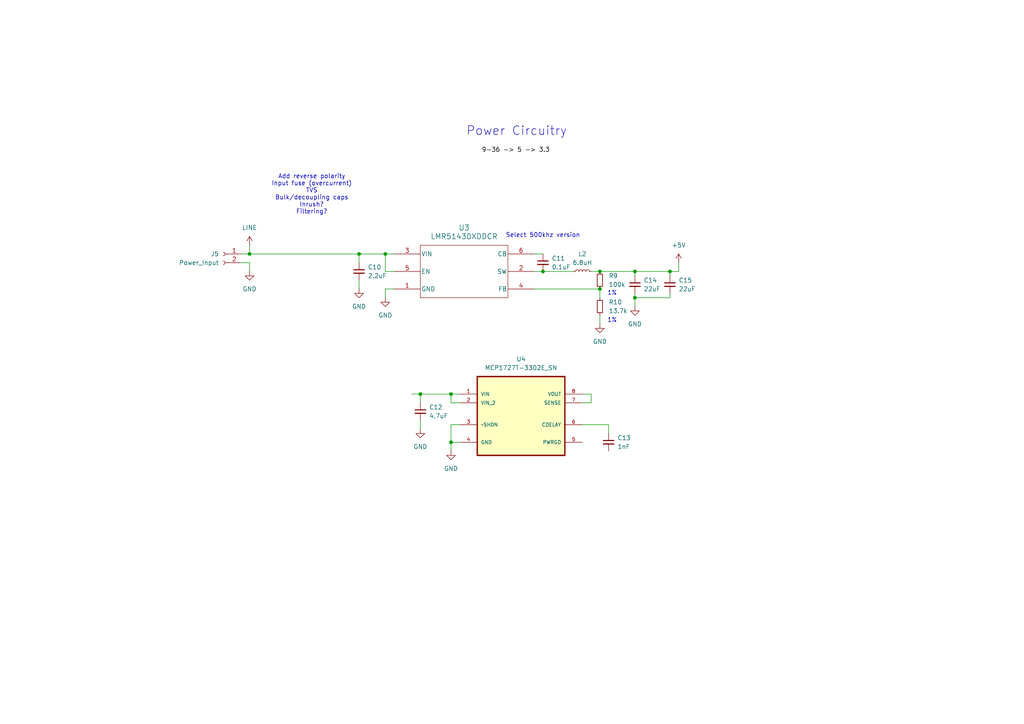
<source format=kicad_sch>
(kicad_sch (version 20231120) (generator "eeschema") (generator_version "8.0")
  (paper "A4")
  (lib_symbols
    (symbol "2025-11-16_00-14-12:LMR51430YDDCR" (pin_names (offset 0.254))
      (property "Reference" "U2" (at 20.32 10.16 0))
      (property "Value" "LMR51430YDDCR" (at 20.32 7.62 0))
      (symbol "LMR51430YDDCR_0_1"
        (polyline (pts (xy 7.62 -10.16) (xy 33.02 -10.16)) (stroke (width 0.127)))
        (polyline (pts (xy 7.62 5.08) (xy 7.62 -10.16)) (stroke (width 0.127)))
        (polyline (pts (xy 33.02 -10.16) (xy 33.02 5.08)) (stroke (width 0.127)))
        (polyline (pts (xy 33.02 5.08) (xy 7.62 5.08)) (stroke (width 0.127)))
        (pin power_out line (at 0 -7.62 0) (length 7.62) (name "GND") (number "1"))
        (pin power_in line (at 40.64 -2.54 180) (length 7.62) (name "SW") (number "2"))
        (pin power_in line (at 0 2.54 0) (length 7.62) (name "VIN") (number "3"))
        (pin unspecified line (at 40.64 -7.62 180) (length 7.62) (name "FB") (number "4"))
        (pin unspecified line (at 0 -2.54 0) (length 7.62) (name "EN") (number "5"))
        (pin power_in line (at 40.64 2.54 180) (length 7.62) (name "CB") (number "6"))
      )
    )
    (symbol "Connector:Conn_01x02_Socket" (pin_names (offset 1.016) hide)
      (property "Reference" "J" (at 0 2.54 0))
      (property "Value" "Conn_01x02_Socket" (at 0 -5.08 0))
      (symbol "Conn_01x02_Socket_1_1"
        (arc (start 0 -2.032) (mid -0.5058 -2.54) (end 0 -3.048) (stroke (width 0.1524)))
        (polyline (pts (xy -1.27 -2.54) (xy -0.508 -2.54)) (stroke (width 0.1524)))
        (polyline (pts (xy -1.27 0) (xy -0.508 0)) (stroke (width 0.1524)))
        (arc (start 0 0.508) (mid -0.5058 0) (end 0 -0.508) (stroke (width 0.1524)))
        (pin passive line (at -5.08 0 0) (length 3.81) (name "Pin_1") (number "1"))
        (pin passive line (at -5.08 -2.54 0) (length 3.81) (name "Pin_2") (number "2"))
      )
    )
    (symbol "Device:C_Small" (pin_numbers hide) (pin_names (offset 0.254) hide)
      (property "Reference" "C" (at 0.254 1.778 0))
      (property "Value" "C_Small" (at 0.254 -2.032 0))
      (symbol "C_Small_0_1"
        (polyline (pts (xy -1.524 -0.508) (xy 1.524 -0.508)) (stroke (width 0.3302)))
        (polyline (pts (xy -1.524 0.508) (xy 1.524 0.508)) (stroke (width 0.3048)))
      )
      (symbol "C_Small_1_1"
        (pin passive line (at 0 2.54 270) (length 2.032) (name "~") (number "1"))
        (pin passive line (at 0 -2.54 90) (length 2.032) (name "~") (number "2"))
      )
    )
    (symbol "Device:L_Small" (pin_numbers hide) (pin_names (offset 0.254) hide)
      (property "Reference" "L" (at 0.762 1.016 0))
      (property "Value" "L_Small" (at 0.762 -1.016 0))
      (symbol "L_Small_0_1"
        (arc (start 0 -2.032) (mid 0.5058 -1.524) (end 0 -1.016))
        (arc (start 0 -1.016) (mid 0.5058 -0.508) (end 0 0))
        (arc (start 0 0) (mid 0.5058 0.508) (end 0 1.016))
        (arc (start 0 1.016) (mid 0.5058 1.524) (end 0 2.032))
      )
      (symbol "L_Small_1_1"
        (pin passive line (at 0 2.54 270) (length 0.508) (name "~") (number "1"))
        (pin passive line (at 0 -2.54 90) (length 0.508) (name "~") (number "2"))
      )
    )
    (symbol "Device:R_Small" (pin_numbers hide) (pin_names (offset 0.254) hide)
      (property "Reference" "R" (at 0.762 0.508 0))
      (property "Value" "R_Small" (at 0.762 -1.016 0))
      (symbol "R_Small_0_1"
        (rectangle (start -0.762 1.778) (end 0.762 -1.778) (stroke (width 0.2032)))
      )
      (symbol "R_Small_1_1"
        (pin passive line (at 0 2.54 270) (length 0.762) (name "~") (number "1"))
        (pin passive line (at 0 -2.54 90) (length 0.762) (name "~") (number "2"))
      )
    )
    (symbol "MCP1727T-3302E_SN:MCP1727T-3302E_SN" (pin_names (offset 1.016))
      (property "Reference" "U3" (at 0 15.24 0))
      (property "Value" "MCP1727T-3302E_SN" (at 0 12.7 0))
      (symbol "MCP1727T-3302E_SN_0_0"
        (rectangle (start -12.7 10.16) (end 12.7 -12.7) (stroke (width 0.4064)) (fill (type background)))
        (pin input line (at -17.78 -3.81 0) (length 5.08) (name "~SHDN") (number "3"))
        (pin passive line (at -17.78 -8.89 0) (length 5.08) (name "GND") (number "4"))
        (pin output line (at 17.78 -8.89 180) (length 5.08) (name "PWRGD") (number "5"))
        (pin input line (at 17.78 -3.81 180) (length 5.08) (name "CDELAY") (number "6"))
        (pin input line (at 17.78 2.54 180) (length 5.08) (name "SENSE") (number "7"))
        (pin output line (at 17.78 5.08 180) (length 5.08) (name "VOUT") (number "8"))
      )
      (symbol "MCP1727T-3302E_SN_1_0"
        (pin power_in line (at -17.78 5.08 0) (length 5.08) (name "VIN") (number "1"))
        (pin power_in line (at -17.78 2.54 0) (length 5.08) (name "VIN_2") (number "2"))
      )
    )
    (symbol "power:+5V" (power) (pin_numbers hide) (pin_names (offset 0) hide)
      (property "Value" "+5V" (at 0 3.556 0))
      (symbol "+5V_0_1"
        (polyline (pts (xy -0.762 1.27) (xy 0 2.54)))
        (polyline (pts (xy 0 0) (xy 0 2.54)))
        (polyline (pts (xy 0 2.54) (xy 0.762 1.27)))
      )
      (symbol "+5V_1_1"
        (pin power_in line (at 0 0 90) (length 0) (name "~") (number "1"))
      )
    )
    (symbol "power:GND" (power) (pin_numbers hide) (pin_names (offset 0) hide)
      (property "Value" "GND" (at 0 -3.81 0))
      (symbol "GND_0_1"
        (polyline (pts (xy 0 0) (xy 0 -1.27) (xy 1.27 -1.27) (xy 0 -2.54) (xy -1.27 -1.27) (xy 0 -1.27)))
      )
      (symbol "GND_1_1"
        (pin power_in line (at 0 0 270) (length 0) (name "~") (number "1"))
      )
    )
    (symbol "power:LINE" (power) (pin_numbers hide) (pin_names (offset 0) hide)
      (property "Value" "LINE" (at 0 3.556 0))
      (symbol "LINE_0_1"
        (polyline (pts (xy -0.762 1.27) (xy 0 2.54)))
        (polyline (pts (xy 0 0) (xy 0 2.54)))
        (polyline (pts (xy 0 2.54) (xy 0.762 1.27)))
      )
      (symbol "LINE_1_1"
        (pin power_in line (at 0 0 90) (length 0) (name "~") (number "1"))
      )
    )
  )
  (junction (at 130.81 114.3))
  (junction (at 111.76 73.66))
  (junction (at 157.48 78.74))
  (junction (at 104.14 73.66))
  (junction (at 184.15 78.74))
  (junction (at 72.39 73.66))
  (junction (at 194.31 78.74))
  (junction (at 121.92 114.3))
  (junction (at 173.99 83.82))
  (junction (at 173.99 78.74))
  (junction (at 184.15 86.36))
  (junction (at 130.81 128.27))
  (wire (pts (xy 114.3 83.82) (xy 111.76 83.82)))
  (wire (pts (xy 130.81 114.3) (xy 121.92 114.3)))
  (wire (pts (xy 157.48 78.74) (xy 166.37 78.74)))
  (wire (pts (xy 111.76 78.74) (xy 111.76 73.66)))
  (wire (pts (xy 194.31 80.01) (xy 194.31 78.74)))
  (wire (pts (xy 168.91 123.19) (xy 176.53 123.19)))
  (wire (pts (xy 133.35 116.84) (xy 130.81 116.84)))
  (wire (pts (xy 104.14 81.28) (xy 104.14 83.82)))
  (wire (pts (xy 184.15 78.74) (xy 194.31 78.74)))
  (wire (pts (xy 111.76 73.66) (xy 114.3 73.66)))
  (wire (pts (xy 173.99 91.44) (xy 173.99 93.98)))
  (wire (pts (xy 130.81 114.3) (xy 133.35 114.3)))
  (wire (pts (xy 176.53 123.19) (xy 176.53 125.73)))
  (wire (pts (xy 119.38 114.3) (xy 121.92 114.3)))
  (wire (pts (xy 133.35 123.19) (xy 130.81 123.19)))
  (wire (pts (xy 171.45 116.84) (xy 171.45 114.3)))
  (wire (pts (xy 171.45 78.74) (xy 173.99 78.74)))
  (wire (pts (xy 184.15 85.09) (xy 184.15 86.36)))
  (wire (pts (xy 154.94 73.66) (xy 157.48 73.66)))
  (wire (pts (xy 130.81 128.27) (xy 130.81 130.81)))
  (wire (pts (xy 168.91 116.84) (xy 171.45 116.84)))
  (wire (pts (xy 72.39 76.2) (xy 72.39 78.74)))
  (wire (pts (xy 130.81 123.19) (xy 130.81 128.27)))
  (wire (pts (xy 69.85 73.66) (xy 72.39 73.66)))
  (wire (pts (xy 168.91 114.3) (xy 171.45 114.3)))
  (wire (pts (xy 154.94 83.82) (xy 173.99 83.82)))
  (wire (pts (xy 173.99 78.74) (xy 184.15 78.74)))
  (wire (pts (xy 130.81 116.84) (xy 130.81 114.3)))
  (wire (pts (xy 196.85 76.2) (xy 196.85 78.74)))
  (wire (pts (xy 194.31 85.09) (xy 194.31 86.36)))
  (wire (pts (xy 121.92 114.3) (xy 121.92 116.84)))
  (wire (pts (xy 111.76 83.82) (xy 111.76 86.36)))
  (wire (pts (xy 69.85 76.2) (xy 72.39 76.2)))
  (wire (pts (xy 104.14 76.2) (xy 104.14 73.66)))
  (wire (pts (xy 72.39 71.12) (xy 72.39 73.66)))
  (wire (pts (xy 133.35 128.27) (xy 130.81 128.27)))
  (wire (pts (xy 154.94 78.74) (xy 157.48 78.74)))
  (wire (pts (xy 194.31 78.74) (xy 196.85 78.74)))
  (wire (pts (xy 104.14 73.66) (xy 111.76 73.66)))
  (wire (pts (xy 173.99 83.82) (xy 173.99 86.36)))
  (wire (pts (xy 194.31 86.36) (xy 184.15 86.36)))
  (wire (pts (xy 184.15 78.74) (xy 184.15 80.01)))
  (wire (pts (xy 184.15 86.36) (xy 184.15 88.9)))
  (wire (pts (xy 72.39 73.66) (xy 104.14 73.66)))
  (wire (pts (xy 114.3 78.74) (xy 111.76 78.74)))
  (wire (pts (xy 121.92 121.92) (xy 121.92 124.46)))
  (text "Select 500khz version" (at 157.48 68.326 0) (effects (font (size 1.27 1.27))))
  (text "Power Circuitry" (at 149.86 38.1 0) (effects (font (size 2.54 2.54))))
  (text "Add reverse polarity\nInput fuse (overcurrent)\nTVS\nBulk/decoupling caps\nInrush?\nFiltering?\n" (at 90.424 56.388 0) (effects (font (size 1.27 1.27))))
  (text "1%\n" (at 177.546 85.09 0) (effects (font (size 1.27 1.27))))
  (text "1%\n" (at 177.546 92.964 0) (effects (font (size 1.27 1.27))))
  (label "9-36 -> 5 -> 3.3" (at 139.7 44.45 0))
  (symbol (lib_id "Device:C_Small") (at 157.48 76.2 0) (unit 1)
    (property "Reference" "C11" (at 160.02 74.9362 0) (effects (justify left)))
    (property "Value" "0.1uF" (at 160.02 77.4762 0) (effects (justify left)))
    (property "Description" "Unpolarized capacitor, small symbol" (effects (hide yes)))
  )
  (symbol (lib_id "Device:C_Small") (at 194.31 82.55 0) (unit 1)
    (property "Reference" "C15" (at 196.85 81.2862 0) (effects (justify left)))
    (property "Value" "22uF" (at 196.85 83.8262 0) (effects (justify left)))
    (property "Description" "Unpolarized capacitor, small symbol" (effects (hide yes)))
  )
  (symbol (lib_id "power:GND") (at 121.92 124.46 0) (unit 1)
    (property "Reference" "#PWR031" (effects (hide yes)))
    (property "Value" "GND" (at 121.92 129.54 0))
    (property "Description" "Power symbol creates a global label with name \"GND\" , ground" (effects (hide yes)))
  )
  (symbol (lib_id "Device:C_Small") (at 121.92 119.38 0) (unit 1)
    (property "Reference" "C12" (at 124.46 118.1162 0) (effects (justify left)))
    (property "Value" "4.7uF" (at 124.46 120.6562 0) (effects (justify left)))
    (property "Description" "Unpolarized capacitor, small symbol" (effects (hide yes)))
  )
  (symbol (lib_id "Device:C_Small") (at 184.15 82.55 0) (unit 1)
    (property "Reference" "C14" (at 186.69 81.2862 0) (effects (justify left)))
    (property "Value" "22uF" (at 186.69 83.8262 0) (effects (justify left)))
    (property "Description" "Unpolarized capacitor, small symbol" (effects (hide yes)))
  )
  (symbol (lib_id "Device:R_Small") (at 173.99 88.9 0) (mirror y) (unit 1)
    (property "Reference" "R10" (at 176.53 87.6299 0) (effects (justify right)))
    (property "Value" "13.7k" (at 176.53 90.1699 0) (effects (justify right)))
    (property "Description" "Resistor, small symbol" (effects (hide yes)))
  )
  (symbol (lib_id "power:LINE") (at 72.39 71.12 0) (mirror y) (unit 1)
    (property "Reference" "#PWR023" (effects (hide yes)))
    (property "Value" "LINE" (at 72.39 66.04 0))
    (property "Description" "Power symbol creates a global label with name \"LINE\"" (effects (hide yes)))
  )
  (symbol (lib_id "Connector:Conn_01x02_Socket") (at 64.77 73.66 0) (mirror y) (unit 1)
    (property "Reference" "J5" (at 63.5 73.6599 0) (effects (justify left)))
    (property "Value" "Power_Input" (at 63.5 76.1999 0) (effects (justify left)))
    (property "Description" "Generic connector, single row, 01x02, script generated" (effects (hide yes)))
  )
  (symbol (lib_id "power:GND") (at 184.15 88.9 0) (unit 1)
    (property "Reference" "#PWR035" (effects (hide yes)))
    (property "Value" "GND" (at 184.15 93.98 0))
    (property "Description" "Power symbol creates a global label with name \"GND\" , ground" (effects (hide yes)))
  )
  (symbol (lib_id "power:GND") (at 173.99 93.98 0) (unit 1)
    (property "Reference" "#PWR034" (effects (hide yes)))
    (property "Value" "GND" (at 173.99 99.06 0))
    (property "Description" "Power symbol creates a global label with name \"GND\" , ground" (effects (hide yes)))
  )
  (symbol (lib_id "power:GND") (at 130.81 130.81 0) (unit 1)
    (property "Reference" "#PWR032" (effects (hide yes)))
    (property "Value" "GND" (at 130.81 135.89 0))
    (property "Description" "Power symbol creates a global label with name \"GND\" , ground" (effects (hide yes)))
  )
  (symbol (lib_id "power:GND") (at 111.76 86.36 0) (unit 1)
    (property "Reference" "#PWR033" (effects (hide yes)))
    (property "Value" "GND" (at 111.76 91.44 0))
    (property "Description" "Power symbol creates a global label with name \"GND\" , ground" (effects (hide yes)))
  )
  (symbol (lib_id "MCP1727T-3302E_SN:MCP1727T-3302E_SN") (at 151.13 119.38 0) (unit 1)
    (property "Reference" "U4" (at 151.13 104.14 0))
    (property "Value" "MCP1727T-3302E_SN" (at 151.13 106.68 0))
    (property "Footprint" "MCP1727T-3302E_SN:SOIC127P490X175-8N" (effects (hide yes)))
    (property "SUPPLIER" "Microchip" (effects (hide yes)))
    (property "OC_FARNELL" "1331497" (effects (hide yes)))
    (property "OC_NEWARK" "34M7431" (effects (hide yes)))
    (property "MPN" "MCP1727T-3302E/SN" (effects (hide yes)))
    (property "PACKAGE" "SOIC-8" (effects (hide yes)))
  )
  (symbol (lib_id "power:GND") (at 104.14 83.82 0) (unit 1)
    (property "Reference" "#PWR030" (effects (hide yes)))
    (property "Value" "GND" (at 104.14 88.9 0))
    (property "Description" "Power symbol creates a global label with name \"GND\" , ground" (effects (hide yes)))
  )
  (symbol (lib_id "Device:C_Small") (at 104.14 78.74 0) (unit 1)
    (property "Reference" "C10" (at 106.68 77.4762 0) (effects (justify left)))
    (property "Value" "2.2uF" (at 106.68 80.0162 0) (effects (justify left)))
    (property "Description" "Unpolarized capacitor, small symbol" (effects (hide yes)))
  )
  (symbol (lib_id "power:GND") (at 72.39 78.74 0) (mirror y) (unit 1)
    (property "Reference" "#PWR024" (effects (hide yes)))
    (property "Value" "GND" (at 72.39 83.82 0))
    (property "Description" "Power symbol creates a global label with name \"GND\" , ground" (effects (hide yes)))
  )
  (symbol (lib_id "power:+5V") (at 196.85 76.2 0) (unit 1)
    (property "Reference" "#PWR036" (effects (hide yes)))
    (property "Value" "+5V" (at 196.85 71.12 0))
    (property "Description" "Power symbol creates a global label with name \"+5V\"" (effects (hide yes)))
  )
  (symbol (lib_id "Device:L_Small") (at 168.91 78.74 90) (unit 1)
    (property "Reference" "L2" (at 168.91 73.66 90))
    (property "Value" "6.8uH" (at 168.91 76.2 90))
    (property "Description" "Inductor, small symbol" (effects (hide yes)))
  )
  (symbol (lib_id "Device:R_Small") (at 173.99 81.28 0) (mirror y) (unit 1)
    (property "Reference" "R9" (at 176.53 80.0099 0) (effects (justify right)))
    (property "Value" "100k" (at 176.53 82.5499 0) (effects (justify right)))
    (property "Description" "Resistor, small symbol" (effects (hide yes)))
  )
  (symbol (lib_id "2025-11-16_00-14-12:LMR51430YDDCR") (at 114.3 76.2 0) (unit 1)
    (property "Reference" "U3" (at 134.62 66.04 0) (effects (font (size 1.524 1.524))))
    (property "Value" "LMR51430XDDCR" (at 134.62 68.58 0) (effects (font (size 1.524 1.524))))
    (property "Footprint" "SOT-23-THIN-6_DDC_TEX" (effects (hide yes)))
    (property "Datasheet" "LMR51430YDDCR" (effects (hide yes)))
  )
  (symbol (lib_id "Device:C_Small") (at 176.53 128.27 0) (unit 1)
    (property "Reference" "C13" (at 179.07 127.0062 0) (effects (justify left)))
    (property "Value" "1nF" (at 179.07 129.5462 0) (effects (justify left)))
    (property "Description" "Unpolarized capacitor, small symbol" (effects (hide yes)))
  )
)
</source>
